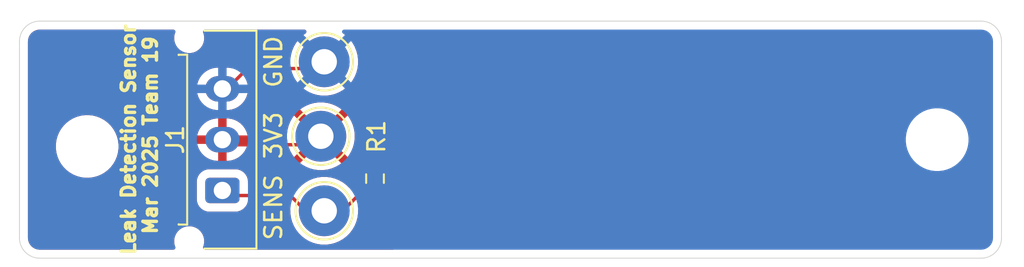
<source format=kicad_pcb>
(kicad_pcb (version 20241229) (generator "pcbnew") (generator_version "9.0")
  (layers (0 "F.Cu" signal) (2 "B.Cu" signal) (13 "F.Paste" user) (15 "B.Paste" user) (5 "F.SilkS" user "F.Silkscreen") (7 "B.SilkS" user "B.Silkscreen") (1 "F.Mask" user) (3 "B.Mask" user) (25 "Edge.Cuts" user))
  (net 0 "")
  (net 1 "GND")
  (net 2 "+3V3")
  (net 3 "Net-(J1-Pin_1)")
  (footprint "TestPoint:TestPoint_Loop_D2.54mm_Drill1.5mm_Beaded" (layer "F.Cu") (at 138.8 95)
    (property "Reference" "3V3" (at -2.8 -0.05 90) (layer "F.SilkS"))
    (property "Value" "3V3")
    (fp_circle (center 0 0) (end 1.7 0) (stroke (width 0.12)) (fill no) (layer "F.SilkS"))
    (pad "1" thru_hole circle (at 0 0) (size 3 3) (drill 1.5) (layers "*.Cu" "*.Mask") (net 2 "+3V3"))
  )
  (footprint "TestPoint:TestPoint_Loop_D2.54mm_Drill1.5mm_Beaded" (layer "F.Cu") (at 139 90.6)
    (property "Reference" "GND" (at -3 0 90) (layer "F.SilkS"))
    (property "Value" "GND")
    (fp_circle (center 0 0) (end 1.7 0) (stroke (width 0.12)) (fill no) (layer "F.SilkS"))
    (pad "1" thru_hole circle (at 0 0) (size 3 3) (drill 1.5) (layers "*.Cu" "*.Mask") (net 1 "GND"))
  )
  (footprint "TestPoint:TestPoint_Loop_D2.54mm_Drill1.5mm_Beaded" (layer "F.Cu") (at 139 99.4)
    (property "Reference" "SENS" (at -3 -0.2 90) (layer "F.SilkS"))
    (property "Value" "SENS")
    (fp_circle (center 0 0) (end 1.7 0) (stroke (width 0.12)) (fill no) (layer "F.SilkS"))
    (pad "1" thru_hole circle (at 0 0) (size 3 3) (drill 1.5) (layers "*.Cu" "*.Mask") (net 3 "Net-(J1-Pin_1)"))
  )
  (footprint "Connector_Molex:Molex_Micro-Fit_3.0_43650-0315_1x03_P3.00mm_Vertical" (layer "F.Cu") (at 132.985 98.2 90)
    (property "Reference" "J1" (at 3 -2.785 90) (layer "F.SilkS"))
    (property "Value" "Conn_01x03")
    (fp_line (start 8.015 -2.58) (end 7.995 -2.58) (stroke (width 0.12)) (layer "F.SilkS"))
    (fp_line (start -1.995 -2.58) (end -2.015 -2.58) (stroke (width 0.12)) (layer "F.SilkS"))
    (fp_line (start -2.015 -2.58) (end -2.015 -2.08) (stroke (width 0.12)) (layer "F.SilkS"))
    (fp_line (start 8.015 -2.08) (end 8.015 -2.58) (stroke (width 0.12)) (layer "F.SilkS"))
    (fp_line (start -2.015 -2.08) (end 8.015 -2.08) (stroke (width 0.12)) (layer "F.SilkS"))
    (fp_line (start -3.435 -1.065) (end -3.435 2.01) (stroke (width 0.12)) (layer "F.SilkS"))
    (fp_line (start 9.435 2.01) (end 9.435 -1.065) (stroke (width 0.12)) (layer "F.SilkS"))
    (fp_line (start -3.435 2.01) (end 9.435 2.01) (stroke (width 0.12)) (layer "F.SilkS"))
    (pad "" np_thru_hole circle (at -3 -1.96 90) (size 1.27 1.27) (drill 1.27) (layers "*.Cu" "*.Mask"))
    (pad "" np_thru_hole circle (at 9 -1.96 90) (size 1.27 1.27) (drill 1.27) (layers "*.Cu" "*.Mask"))
    (pad "1" thru_hole roundrect (at 0 0 90) (size 1.5 2.02) (drill 1.02) (layers "*.Cu" "*.Mask") (roundrect_rratio 0.166667) (net 3 "Net-(J1-Pin_1)"))
    (pad "2" thru_hole oval (at 3 0 90) (size 1.5 2.02) (drill 1.02) (layers "*.Cu" "*.Mask") (net 2 "+3V3"))
    (pad "3" thru_hole oval (at 6 0 90) (size 1.5 2.02) (drill 1.02) (layers "*.Cu" "*.Mask") (net 1 "GND"))
  )
  (footprint "Resistor_SMD:R_0603_1608Metric_Pad0.98x0.95mm_HandSolder" (layer "F.Cu") (at 142 97.5 -90)
    (property "Reference" "R1" (at -2.48 -0.09 90) (layer "F.SilkS"))
    (property "Value" "1M")
    (fp_line (start -0.254724 0.5225) (end 0.254724 0.5225) (stroke (width 0.12)) (layer "F.SilkS"))
    (fp_line (start -0.254724 -0.5225) (end 0.254724 -0.5225) (stroke (width 0.12)) (layer "F.SilkS"))
    (pad "1" smd roundrect (at -0.9125 0 270) (size 0.975 0.95) (layers "F.Cu" "F.Mask" "F.Paste") (net 2 "+3V3"))
    (pad "2" smd roundrect (at 0.9125 0 270) (size 0.975 0.95) (layers "F.Cu" "F.Mask" "F.Paste") (net 3 "Net-(J1-Pin_1)"))
  )
  (footprint "MountingHole:MountingHole_3.2mm_M3" (layer "F.Cu") (at 125 95.6)
    (property "Reference" "H2" (hide yes))
    (property "Value" "MountingHole")
    (pad "" np_thru_hole circle (at 0 0) (size 3.2 3.2) (drill 3.2) (layers "*.Cu" "*.Mask"))
  )
  (footprint "MountingHole:MountingHole_3.2mm_M3" (layer "F.Cu") (at 175.2 95.2)
    (property "Reference" "H1" (hide yes))
    (property "Value" "MountingHole")
    (pad "" np_thru_hole circle (at 0 0) (size 3.2 3.2) (drill 3.2) (layers "*.Cu" "*.Mask"))
  )
  (gr_line (start 121 101) (end 121 89.4) (stroke (width 0.05)) (layer "Edge.Cuts"))
  (gr_line (start 122.2 88.2) (end 177.8 88.2) (stroke (width 0.05)) (layer "Edge.Cuts"))
  (gr_arc (start 179 101) (mid 178.648528 101.848528) (end 177.8 102.2) (stroke (width 0.05)) (layer "Edge.Cuts"))
  (gr_arc (start 177.8 88.2) (mid 178.648528 88.551472) (end 179 89.4) (stroke (width 0.05)) (layer "Edge.Cuts"))
  (gr_line (start 179 89.4) (end 179 101) (stroke (width 0.05)) (layer "Edge.Cuts"))
  (gr_arc (start 121 89.4) (mid 121.351472 88.551472) (end 122.2 88.2) (stroke (width 0.05)) (layer "Edge.Cuts"))
  (gr_arc (start 122.2 102.2) (mid 121.351472 101.848528) (end 121 101) (stroke (width 0.05)) (layer "Edge.Cuts"))
  (gr_line (start 177.8 102.2) (end 122.2 102.2) (stroke (width 0.05)) (layer "Edge.Cuts"))
  (gr_text "Leak Detection Sensor\n  Mar 2025 Team 19" (at 129.2 102.1 90) (layer "F.SilkS") (effects (font (size 0.8 0.8) (thickness 0.2) (bold yes)) (justify left bottom)))
  (segment (start 171.205 89.96) (end 144.96 89.96) (width 0.2) (layers "F.Cu" "F.Mask") (net 1))
  (segment (start 145 96.3) (end 144.7 96) (width 0.2) (layer "F.Cu") (net 1))
  (segment (start 144.7 99.5) (end 144.7 98.8) (width 0.2) (layer "F.Cu") (net 1))
  (segment (start 145 93.5) (end 144.7 93.2) (width 0.2) (layer "F.Cu") (net 1))
  (segment (start 145 89.3) (end 144.7 89) (width 0.2) (layer "F.Cu") (net 1))
  (segment (start 145 95.6) (end 144.7 95.3) (width 0.2) (layer "F.Cu") (net 1))
  (segment (start 144.7 91.1) (end 144.7 90.4) (width 0.2) (layer "F.Cu") (net 1))
  (segment (start 144.7 89.7) (end 144.7 89.3) (width 0.2) (layer "F.Cu") (net 1))
  (segment (start 144.7 96) (end 144.7 95.3) (width 0.2) (layer "F.Cu") (net 1))
  (segment (start 171.245 96.3) (end 145 96.3) (width 0.2) (layers "F.Cu" "F.Mask") (net 1))
  (segment (start 144.7 95.3) (end 144.7 94.6) (width 0.2) (layer "F.Cu") (net 1))
  (segment (start 134.46 91) (end 132.96 92.5) (width 0.2) (layer "F.Cu") (net 1))
  (segment (start 144.7 97.4) (end 144.7 96.7) (width 0.2) (layer "F.Cu") (net 1))
  (segment (start 144.7 100.2) (end 144.7 99.5) (width 0.2) (layer "F.Cu") (net 1))
  (segment (start 145 97.7) (end 144.7 97.4) (width 0.2) (layer "F.Cu") (net 1))
  (segment (start 145 94.9) (end 144.7 94.6) (width 0.2) (layer "F.Cu") (net 1))
  (segment (start 144.7 98.1) (end 144.7 97.4) (width 0.2) (layer "F.Cu") (net 1))
  (segment (start 144.7 91.8) (end 144.7 91.1) (width 0.2) (layer "F.Cu") (net 1))
  (segment (start 144.7 94.6) (end 144.7 93.9) (width 0.2) (layer "F.Cu") (net 1))
  (segment (start 171.245 92.8) (end 145 92.8) (width 0.2) (layers "F.Cu" "F.Mask") (net 1))
  (segment (start 138.4 91) (end 134.46 91) (width 0.2) (layer "F.Cu") (net 1))
  (segment (start 171.245 97.7) (end 145 97.7) (width 0.2) (layers "F.Cu" "F.Mask") (net 1))
  (segment (start 171.245 101.2) (end 145 101.2) (width 0.2) (layers "F.Cu" "F.Mask") (net 1))
  (segment (start 171.245 100.5) (end 145 100.5) (width 0.2) (layers "F.Cu" "F.Mask") (net 1))
  (segment (start 145 94.2) (end 144.7 93.9) (width 0.2) (layer "F.Cu") (net 1))
  (segment (start 139 90.4) (end 138.4 91) (width 0.2) (layer "F.Cu") (net 1))
  (segment (start 144.7 96.7) (end 144.7 96) (width 0.2) (layer "F.Cu") (net 1))
  (segment (start 145 91.4) (end 144.7 91.1) (width 0.2) (layer "F.Cu") (net 1))
  (segment (start 140.4 89) (end 139 90.4) (width 0.2) (layer "F.Cu") (net 1))
  (segment (start 171.245 90.7) (end 145 90.7) (width 0.2) (layers "F.Cu" "F.Mask") (net 1))
  (segment (start 171.245 94.2) (end 145 94.2) (width 0.2) (layers "F.Cu" "F.Mask") (net 1))
  (segment (start 145 101.2) (end 144.7 100.9) (width 0.2) (layer "F.Cu") (net 1))
  (segment (start 171.245 91.4) (end 145 91.4) (width 0.2) (layers "F.Cu" "F.Mask") (net 1))
  (segment (start 171.2 89.3) (end 145 89.3) (width 0.2) (layers "F.Cu" "F.Mask") (net 1))
  (segment (start 144.7 98.8) (end 144.7 98.1) (width 0.2) (layer "F.Cu") (net 1))
  (segment (start 144.7 89.3) (end 144.7 89) (width 0.2) (layer "F.Cu") (net 1))
  (segment (start 171.245 95.6) (end 145 95.6) (width 0.2) (layers "F.Cu" "F.Mask") (net 1))
  (segment (start 139 90.4) (end 139 90.6) (width 0.2) (layer "F.Cu") (net 1))
  (segment (start 145 90.7) (end 144.7 90.4) (width 0.2) (layer "F.Cu") (net 1))
  (segment (start 144.7 90.4) (end 144.7 89.7) (width 0.2) (layer "F.Cu") (net 1))
  (segment (start 145 98.4) (end 144.7 98.1) (width 0.2) (layer "F.Cu") (net 1))
  (segment (start 145 92.1) (end 144.7 91.8) (width 0.2) (layer "F.Cu") (net 1))
  (segment (start 171.245 99.8) (end 145 99.8) (width 0.2) (layers "F.Cu" "F.Mask") (net 1))
  (segment (start 144.7 92.5) (end 144.7 91.8) (width 0.2) (layer "F.Cu") (net 1))
  (segment (start 145 97) (end 144.7 96.7) (width 0.2) (layer "F.Cu") (net 1))
  (segment (start 171.245 93.5) (end 145 93.5) (width 0.2) (layers "F.Cu" "F.Mask") (net 1))
  (segment (start 145 92.8) (end 144.7 92.5) (width 0.2) (layer "F.Cu") (net 1))
  (segment (start 171.245 98.4) (end 145 98.4) (width 0.2) (layers "F.Cu" "F.Mask") (net 1))
  (segment (start 171.245 92.1) (end 145 92.1) (width 0.2) (layers "F.Cu" "F.Mask") (net 1))
  (segment (start 144.7 100.9) (end 144.7 100.2) (width 0.2) (layer "F.Cu") (net 1))
  (segment (start 145 99.1) (end 144.7 98.8) (width 0.2) (layer "F.Cu") (net 1))
  (segment (start 171.245 97) (end 145 97) (width 0.2) (layers "F.Cu" "F.Mask") (net 1))
  (segment (start 171.245 99.1) (end 145 99.1) (width 0.2) (layers "F.Cu" "F.Mask") (net 1))
  (segment (start 144.7 89) (end 140.4 89) (width 0.2) (layer "F.Cu") (net 1))
  (segment (start 171.245 94.9) (end 145 94.9) (width 0.2) (layers "F.Cu" "F.Mask") (net 1))
  (segment (start 144.7 93.9) (end 144.7 93.2) (width 0.2) (layer "F.Cu") (net 1))
  (segment (start 145 100.5) (end 144.7 100.2) (width 0.2) (layer "F.Cu") (net 1))
  (segment (start 145 99.8) (end 144.7 99.5) (width 0.2) (layer "F.Cu") (net 1))
  (segment (start 144.7 93.2) (end 144.7 92.5) (width 0.2) (layer "F.Cu") (net 1))
  (segment (start 144.96 89.96) (end 144.7 89.7) (width 0.2) (layer "F.Cu") (net 1))
  (segment (start 132.96 95.5) (end 138.95 95.5) (width 0.2) (layer "F.Cu") (net 2))
  (segment (start 138.95 95.5) (end 139 95.45) (width 0.2) (layer "F.Cu") (net 2))
  (segment (start 140.1375 96.5875) (end 139 95.45) (width 0.2) (layer "F.Cu") (net 2))
  (segment (start 142 96.5875) (end 140.1375 96.5875) (width 0.2) (layer "F.Cu") (net 2))
  (segment (start 145.34 95.24) (end 171.64 95.24) (width 0.2) (layers "F.Cu" "F.Mask") (net 3))
  (segment (start 145.34 93.14) (end 171.74 93.14) (width 0.2) (layers "F.Cu" "F.Mask") (net 3))
  (segment (start 142 98.4125) (end 142 99.5) (width 0.2) (layer "F.Cu") (net 3))
  (segment (start 172.1 92.1) (end 172.1 91.4) (width 0.2) (layer "F.Cu") (net 3))
  (segment (start 145.34 92.44) (end 171.74 92.44) (width 0.2) (layers "F.Cu" "F.Mask") (net 3))
  (segment (start 137 98.5) (end 132.96 98.5) (width 0.2) (layer "F.Cu") (net 3))
  (segment (start 171.74 91.04) (end 172.1 91.4) (width 0.2) (layer "F.Cu") (net 3))
  (segment (start 172.1 95.7) (end 172.1 95) (width 0.2) (layer "F.Cu") (net 3))
  (segment (start 172.1 97.1) (end 172.1 96.4) (width 0.2) (layer "F.Cu") (net 3))
  (segment (start 171.74 92.44) (end 172.1 92.8) (width 0.2) (layer "F.Cu") (net 3))
  (segment (start 172.1 101.2) (end 172.1 100.6) (width 0.2) (layer "F.Cu") (net 3))
  (segment (start 172.1 91.4) (end 172.1 90.7) (width 0.2) (layer "F.Cu") (net 3))
  (segment (start 171.64 97.34) (end 172.1 97.8) (width 0.2) (layer "F.Cu") (net 3))
  (segment (start 145.3 90.3) (end 171.7 90.3) (width 0.2) (layers "F.Cu" "F.Mask") (net 3))
  (segment (start 145.34 98.74) (end 171.64 98.74) (width 0.2) (layers "F.Cu" "F.Mask") (net 3))
  (segment (start 172.1 95) (end 172.1 94.3) (width 0.2) (layer "F.Cu") (net 3))
  (segment (start 145.34 91.04) (end 171.74 91.04) (width 0.2) (layers "F.Cu" "F.Mask") (net 3))
  (segment (start 171.74 91.74) (end 172.1 92.1) (width 0.2) (layer "F.Cu") (net 3))
  (segment (start 144.001 101.501) (end 172.099 101.501) (width 0.2) (layer "F.Cu") (net 3))
  (segment (start 172.1 92.8) (end 172.1 92.1) (width 0.2) (layer "F.Cu") (net 3))
  (segment (start 145.34 94.54) (end 171.64 94.54) (width 0.2) (layers "F.Cu" "F.Mask") (net 3))
  (segment (start 145.34 96.64) (end 171.64 96.64) (width 0.2) (layers "F.Cu" "F.Mask") (net 3))
  (segment (start 172.1 94.3) (end 172.1 93.5) (width 0.2) (layer "F.Cu") (net 3))
  (segment (start 172.1 101.5) (end 172.1 101.2) (width 0.2) (layer "F.Cu") (net 3))
  (segment (start 172.1 93.5) (end 172.1 92.8) (width 0.2) (layer "F.Cu") (net 3))
  (segment (start 145.34 100.84) (end 171.74 100.84) (width 0.2) (layers "F.Cu" "F.Mask") (net 3))
  (segment (start 172.1 98.5) (end 172.1 97.8) (width 0.2) (layer "F.Cu") (net 3))
  (segment (start 172.1 97.8) (end 172.1 97.1) (width 0.2) (layer "F.Cu") (net 3))
  (segment (start 171.64 100.14) (end 172.1 100.6) (width 0.2) (layer "F.Cu") (net 3))
  (segment (start 171.64 95.24) (end 172.1 95.7) (width 0.2) (layer "F.Cu") (net 3))
  (segment (start 145.34 98.04) (end 171.64 98.04) (width 0.2) (layers "F.Cu" "F.Mask") (net 3))
  (segment (start 139 100.5) (end 141.0875 98.4125) (width 0.2) (layer "F.Cu") (net 3))
  (segment (start 142 99.5) (end 144.001 101.501) (width 0.2) (layer "F.Cu") (net 3))
  (segment (start 171.758225 89.64) (end 145.34 89.64) (width 0.2) (layers "F.Cu" "F.Mask") (net 3))
  (segment (start 145.34 93.84) (end 171.64 93.84) (width 0.2) (layers "F.Cu" "F.Mask") (net 3))
  (segment (start 172.1 100.6) (end 172.1 99.9) (width 0.2) (layer "F.Cu") (net 3))
  (segment (start 171.74 100.84) (end 172.1 101.2) (width 0.2) (layer "F.Cu") (net 3))
  (segment (start 172.1 89.981775) (end 171.758225 89.64) (width 0.2) (layer "F.Cu") (net 3))
  (segment (start 172.1 99.9) (end 172.1 99.2) (width 0.2) (layer "F.Cu") (net 3))
  (segment (start 145.34 97.34) (end 171.64 97.34) (width 0.2) (layers "F.Cu" "F.Mask") (net 3))
  (segment (start 171.64 98.74) (end 172.1 99.2) (width 0.2) (layer "F.Cu") (net 3))
  (segment (start 171.64 95.94) (end 172.1 96.4) (width 0.2) (layer "F.Cu") (net 3))
  (segment (start 171.64 94.54) (end 172.1 95) (width 0.2) (layer "F.Cu") (net 3))
  (segment (start 141.0875 98.4125) (end 142 98.4125) (width 0.2) (layer "F.Cu") (net 3))
  (segment (start 145.34 100.14) (end 171.64 100.14) (width 0.2) (layers "F.Cu" "F.Mask") (net 3))
  (segment (start 171.74 93.14) (end 172.1 93.5) (width 0.2) (layer "F.Cu") (net 3))
  (segment (start 172.1 90.7) (end 172.1 89.981775) (width 0.2) (layer "F.Cu") (net 3))
  (segment (start 172.1 99.2) (end 172.1 98.5) (width 0.2) (layer "F.Cu") (net 3))
  (segment (start 171.64 93.84) (end 172.1 94.3) (width 0.2) (layer "F.Cu") (net 3))
  (segment (start 145.34 95.94) (end 171.64 95.94) (width 0.2) (layers "F.Cu" "F.Mask") (net 3))
  (segment (start 145.34 99.44) (end 171.64 99.44) (width 0.2) (layers "F.Cu" "F.Mask") (net 3))
  (segment (start 172.1 96.4) (end 172.1 95.7) (width 0.2) (layer "F.Cu") (net 3))
  (segment (start 139 100.5) (end 137 98.5) (width 0.2) (layer "F.Cu") (net 3))
  (segment (start 171.64 98.04) (end 172.1 98.5) (width 0.2) (layer "F.Cu") (net 3))
  (segment (start 145.34 91.74) (end 171.74 91.74) (width 0.2) (layers "F.Cu" "F.Mask") (net 3))
  (segment (start 171.7 90.3) (end 172.1 90.7) (width 0.2) (layer "F.Cu") (net 3))
  (segment (start 171.64 96.64) (end 172.1 97.1) (width 0.2) (layer "F.Cu") (net 3))
  (segment (start 171.64 99.44) (end 172.1 99.9) (width 0.2) (layer "F.Cu") (net 3))
  (segment (start 172.099 101.501) (end 172.1 101.5) (width 0.2) (layer "F.Cu") (net 3))
  (zone (net 2) (net_name "+3V3") (layer "F.Cu") (connect_pads (clearance 0.5)) (min_thickness 0.25) (fill yes (thermal_gap 0.5) (thermal_bridge_width 0.5))
    (polygon (pts (xy 179 88.25) (xy 179 102.25) (xy 121 102.25) (xy 121.049104 88.25)))
  )
  (zone (net 1) (net_name "GND") (layer "B.Cu") (priority 1) (connect_pads (clearance 0.5)) (min_thickness 0.25) (fill yes (thermal_gap 0.5) (thermal_bridge_width 0.5))
    (polygon (pts (xy 179 88.25) (xy 179 102.25) (xy 121 102.25) (xy 121 88.25)))
  )
)
</source>
